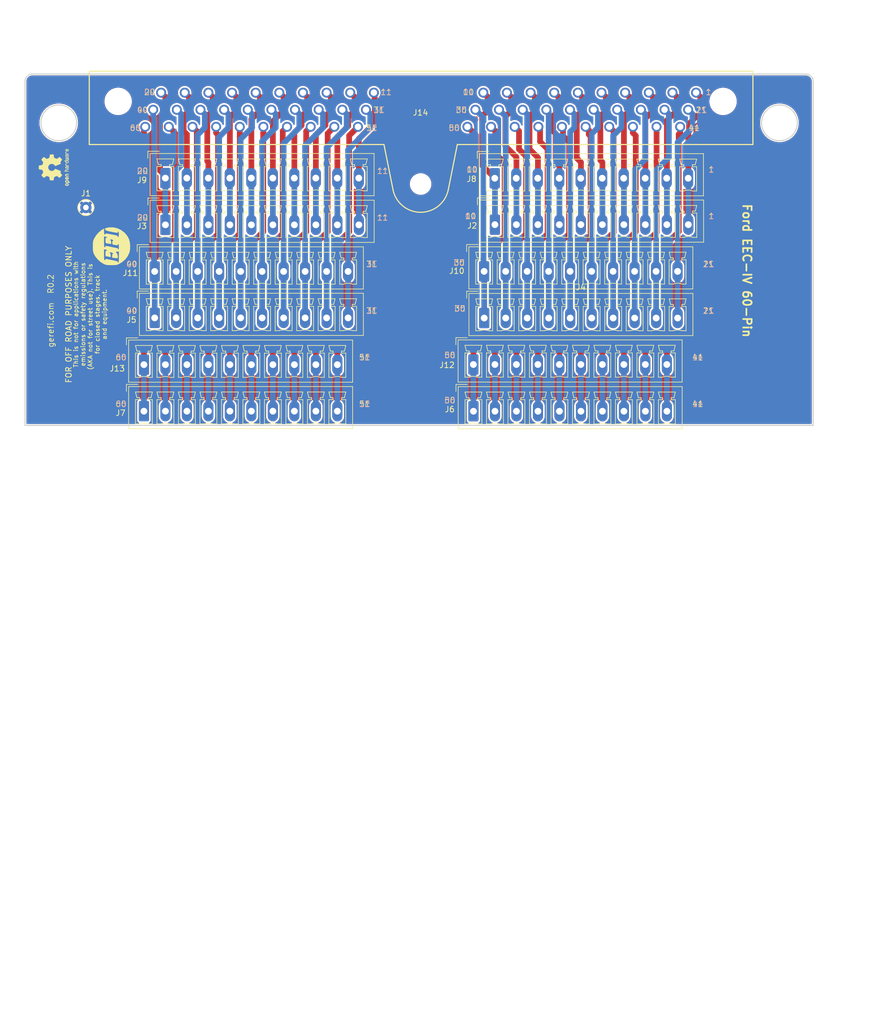
<source format=kicad_pcb>
(kicad_pcb (version 20171130) (host pcbnew 5.1.9)
  (title_block (title "134pin 7-967288-1 Breakout board") (date 2020-06-02) (rev R0.1))
  (layers (0 F.Cu signal hide) (31 B.Cu signal) (34 B.Paste user) (35 F.Paste user) (36 B.SilkS user hide) (37 F.SilkS user) (38 B.Mask user) (39 F.Mask user) (44 Edge.Cuts user))
  (net 0 "")
  (net 1 "Net-(J11-Pad4)")
  (net 2 "Net-(J11-Pad3)")
  (net 3 "Net-(J11-Pad2)")
  (net 4 "Net-(J10-Pad4)")
  (net 5 "Net-(J10-Pad3)")
  (net 6 "Net-(J10-Pad2)")
  (net 7 "Net-(J13-Pad2)")
  (net 8 "Net-(J14-Pad2)")
  (net 9 GND)
  (net 10 /420)
  (net 11 /421)
  (net 12 /10)
  (net 13 "Net-(J14-Pad9)")
  (net 14 "Net-(J14-Pad8)")
  (net 15 "Net-(J14-Pad7)")
  (net 16 "Net-(J14-Pad6)")
  (net 17 /5)
  (net 18 "Net-(J14-Pad4)")
  (net 19 "Net-(J14-Pad3)")
  (net 20 /1)
  (net 21 "Net-(J14-Pad19)")
  (net 22 "Net-(J14-Pad18)")
  (net 23 "Net-(J14-Pad17)")
  (net 24 "Net-(J14-Pad16)")
  (net 25 /15)
  (net 26 "Net-(J14-Pad14)")
  (net 27 "Net-(J14-Pad13)")
  (net 28 "Net-(J14-Pad12)")
  (net 29 /11)
  (net 30 /25)
  (net 31 "Net-(J10-Pad7)")
  (net 32 "Net-(J10-Pad8)")
  (net 33 /31)
  (net 34 "Net-(J12-Pad8)")
  (net 35 "Net-(J12-Pad7)")
  (net 36 /45)
  (net 37 "Net-(J12-Pad4)")
  (net 38 "Net-(J12-Pad3)")
  (net 39 "Net-(J12-Pad2)")
  (net 40 /41)
  (net 41 /60)
  (net 42 "Net-(J13-Pad9)")
  (net 43 /55)
  (net 44 /54)
  (net 45 /53)
  (net 46 "Net-(J10-Pad9)")
  (net 47 "Net-(J10-Pad5)")
  (net 48 /30)
  (net 49 "Net-(J11-Pad9)")
  (net 50 "Net-(J11-Pad8)")
  (net 51 "Net-(J11-Pad7)")
  (net 52 /35)
  (net 53 "Net-(J11-Pad5)")
  (net 54 /40)
  (net 55 "Net-(J12-Pad9)")
  (net 56 "Net-(J12-Pad5)")
  (net 57 /50)
  (net 58 "Net-(J13-Pad10)")
  (net 59 "Net-(J13-Pad5)")
  (net 60 "Net-(J13-Pad4)")
  (net 61 "Net-(J13-Pad3)")
  (module gerefi:eeciv (layer F.Cu) (at 166.009425 62.296099)
    (fp_text reference J14 (at -0.019 7.401) (layer F.SilkS))
    (fp_text value EEC-IV)
    (pad 20 thru_hole circle (at -46.009 3.858) (size 1.778 1.778) (drill 1.143) (layers *.Cu *.Mask) (net 10 /420))
    (pad 18 thru_hole circle (at -37.627 3.861) (size 1.778 1.778) (drill 1.143) (layers *.Cu *.Mask) (net 22 "Net-(J14-Pad18)"))
    (pad 14 thru_hole circle (at -20.869 3.855) (size 1.778 1.778) (drill 1.143) (layers *.Cu *.Mask) (net 26 "Net-(J14-Pad14)"))
    (pad 15 thru_hole circle (at -25.055 3.852) (size 1.778 1.778) (drill 1.143) (layers *.Cu *.Mask) (net 25 /15))
    (pad 19 thru_hole circle (at -41.823 3.861) (size 1.778 1.778) (drill 1.143) (layers *.Cu *.Mask) (net 21 "Net-(J14-Pad19)"))
    (pad 13 thru_hole circle (at -16.673 3.855) (size 1.778 1.778) (drill 1.143) (layers *.Cu *.Mask) (net 27 "Net-(J14-Pad13)"))
    (pad 17 thru_hole circle (at -33.435 3.857) (size 1.778 1.778) (drill 1.143) (layers *.Cu *.Mask) (net 23 "Net-(J14-Pad17)"))
    (pad 11 thru_hole circle (at -8.293 3.857) (size 1.778 1.778) (drill 1.143) (layers *.Cu *.Mask) (net 29 /11))
    (pad 16 thru_hole circle (at -29.247 3.863) (size 1.778 1.778) (drill 1.143) (layers *.Cu *.Mask) (net 24 "Net-(J14-Pad16)"))
    (pad 12 thru_hole circle (at -12.481 3.851) (size 1.778 1.778) (drill 1.143) (layers *.Cu *.Mask) (net 28 "Net-(J14-Pad12)"))
    (pad 40 thru_hole circle (at -47.413 6.884) (size 1.778 1.778) (drill 1.143) (layers *.Cu *.Mask) (net 54 /40))
    (pad 38 thru_hole circle (at -39.031 6.887) (size 1.778 1.778) (drill 1.143) (layers *.Cu *.Mask) (net 2 "Net-(J11-Pad3)"))
    (pad 34 thru_hole circle (at -22.273 6.881) (size 1.778 1.778) (drill 1.143) (layers *.Cu *.Mask) (net 51 "Net-(J11-Pad7)"))
    (pad 35 thru_hole circle (at -26.459 6.878) (size 1.778 1.778) (drill 1.143) (layers *.Cu *.Mask) (net 52 /35))
    (pad 39 thru_hole circle (at -43.227 6.887) (size 1.778 1.778) (drill 1.143) (layers *.Cu *.Mask) (net 3 "Net-(J11-Pad2)"))
    (pad 33 thru_hole circle (at -18.077 6.881) (size 1.778 1.778) (drill 1.143) (layers *.Cu *.Mask) (net 50 "Net-(J11-Pad8)"))
    (pad 37 thru_hole circle (at -34.839 6.883) (size 1.778 1.778) (drill 1.143) (layers *.Cu *.Mask) (net 1 "Net-(J11-Pad4)"))
    (pad 31 thru_hole circle (at -9.697 6.883) (size 1.778 1.778) (drill 1.143) (layers *.Cu *.Mask) (net 33 /31))
    (pad 36 thru_hole circle (at -30.651 6.889) (size 1.778 1.778) (drill 1.143) (layers *.Cu *.Mask) (net 53 "Net-(J11-Pad5)"))
    (pad 32 thru_hole circle (at -13.885 6.877) (size 1.778 1.778) (drill 1.143) (layers *.Cu *.Mask) (net 49 "Net-(J11-Pad9)"))
    (pad 55 thru_hole circle (at -27.875 9.903) (size 1.778 1.778) (drill 1.143) (layers *.Cu *.Mask) (net 43 /55))
    (pad 53 thru_hole circle (at -19.493 9.906) (size 1.778 1.778) (drill 1.143) (layers *.Cu *.Mask) (net 45 /53))
    (pad 54 thru_hole circle (at -23.689 9.906) (size 1.778 1.778) (drill 1.143) (layers *.Cu *.Mask) (net 44 /54))
    (pad 52 thru_hole circle (at -15.301 9.902) (size 1.778 1.778) (drill 1.143) (layers *.Cu *.Mask) (net 42 "Net-(J13-Pad9)"))
    (pad 51 thru_hole circle (at -11.113 9.908) (size 1.778 1.778) (drill 1.143) (layers *.Cu *.Mask) (net 58 "Net-(J13-Pad10)"))
    (pad 56 thru_hole circle (at -32.067 9.914) (size 1.778 1.778) (drill 1.143) (layers *.Cu *.Mask) (net 59 "Net-(J13-Pad5)"))
    (pad 57 thru_hole circle (at -36.255 9.908) (size 1.778 1.778) (drill 1.143) (layers *.Cu *.Mask) (net 60 "Net-(J13-Pad4)"))
    (pad 58 thru_hole circle (at -40.447 9.912) (size 1.778 1.778) (drill 1.143) (layers *.Cu *.Mask) (net 61 "Net-(J13-Pad3)"))
    (pad 59 thru_hole circle (at -44.643 9.912) (size 1.778 1.778) (drill 1.143) (layers *.Cu *.Mask) (net 7 "Net-(J13-Pad2)"))
    (pad 60 thru_hole circle (at -48.829 9.909) (size 1.778 1.778) (drill 1.143) (layers *.Cu *.Mask) (net 41 /60))
    (pad 42 thru_hole circle (at 41.819 9.899) (size 1.778 1.778) (drill 1.143) (layers *.Cu *.Mask) (net 55 "Net-(J12-Pad9)"))
    (pad 1 thru_hole circle (at 48.827 3.854) (size 1.778 1.778) (drill 1.143) (layers *.Cu *.Mask) (net 20 /1))
    (pad 9 thru_hole circle (at 15.297 3.858) (size 1.778 1.778) (drill 1.143) (layers *.Cu *.Mask) (net 13 "Net-(J14-Pad9)"))
    (pad 45 thru_hole circle (at 29.245 9.9) (size 1.778 1.778) (drill 1.143) (layers *.Cu *.Mask) (net 36 /45))
    (pad 41 thru_hole circle (at 46.007 9.905) (size 1.778 1.778) (drill 1.143) (layers *.Cu *.Mask) (net 40 /41))
    (pad 43 thru_hole circle (at 37.627 9.903) (size 1.778 1.778) (drill 1.143) (layers *.Cu *.Mask) (net 34 "Net-(J12-Pad8)"))
    (pad 2 thru_hole circle (at 44.639 3.848) (size 1.778 1.778) (drill 1.143) (layers *.Cu *.Mask) (net 8 "Net-(J14-Pad2)"))
    (pad 7 thru_hole circle (at 23.685 3.854) (size 1.778 1.778) (drill 1.143) (layers *.Cu *.Mask) (net 15 "Net-(J14-Pad7)"))
    (pad 25 thru_hole circle (at 30.661 6.875) (size 1.778 1.778) (drill 1.143) (layers *.Cu *.Mask) (net 30 /25))
    (pad 24 thru_hole circle (at 34.847 6.878) (size 1.778 1.778) (drill 1.143) (layers *.Cu *.Mask) (net 31 "Net-(J10-Pad7)"))
    (pad 21 thru_hole circle (at 47.423 6.88) (size 1.778 1.778) (drill 1.143) (layers *.Cu *.Mask) (net 11 /421))
    (pad 28 thru_hole circle (at 18.089 6.884) (size 1.778 1.778) (drill 1.143) (layers *.Cu *.Mask) (net 5 "Net-(J10-Pad3)"))
    (pad 23 thru_hole circle (at 39.043 6.878) (size 1.778 1.778) (drill 1.143) (layers *.Cu *.Mask) (net 32 "Net-(J10-Pad8)"))
    (pad 44 thru_hole circle (at 33.431 9.903) (size 1.778 1.778) (drill 1.143) (layers *.Cu *.Mask) (net 35 "Net-(J12-Pad7)"))
    (pad 22 thru_hole circle (at 43.235 6.874) (size 1.778 1.778) (drill 1.143) (layers *.Cu *.Mask) (net 46 "Net-(J10-Pad9)"))
    (pad 3 thru_hole circle (at 40.447 3.852) (size 1.778 1.778) (drill 1.143) (layers *.Cu *.Mask) (net 19 "Net-(J14-Pad3)"))
    (pad 26 thru_hole circle (at 26.469 6.886) (size 1.778 1.778) (drill 1.143) (layers *.Cu *.Mask) (net 47 "Net-(J10-Pad5)"))
    (pad 10 thru_hole circle (at 11.111 3.855) (size 1.778 1.778) (drill 1.143) (layers *.Cu *.Mask) (net 12 /10))
    (pad 29 thru_hole circle (at 13.893 6.884) (size 1.778 1.778) (drill 1.143) (layers *.Cu *.Mask) (net 6 "Net-(J10-Pad2)"))
    (pad 8 thru_hole circle (at 19.493 3.858) (size 1.778 1.778) (drill 1.143) (layers *.Cu *.Mask) (net 14 "Net-(J14-Pad8)"))
    (pad 5 thru_hole circle (at 32.065 3.849) (size 1.778 1.778) (drill 1.143) (layers *.Cu *.Mask) (net 17 /5))
    (pad 46 thru_hole circle (at 25.053 9.911) (size 1.778 1.778) (drill 1.143) (layers *.Cu *.Mask) (net 56 "Net-(J12-Pad5)"))
    (pad 50 thru_hole circle (at 8.291 9.906) (size 1.778 1.778) (drill 1.143) (layers *.Cu *.Mask) (net 57 /50))
    (pad 49 thru_hole circle (at 12.477 9.909) (size 1.778 1.778) (drill 1.143) (layers *.Cu *.Mask) (net 39 "Net-(J12-Pad2)"))
    (pad 4 thru_hole circle (at 36.251 3.852) (size 1.778 1.778) (drill 1.143) (layers *.Cu *.Mask) (net 18 "Net-(J14-Pad4)"))
    (pad 30 thru_hole circle (at 9.707 6.881) (size 1.778 1.778) (drill 1.143) (layers *.Cu *.Mask) (net 48 /30))
    (pad 48 thru_hole circle (at 16.673 9.909) (size 1.778 1.778) (drill 1.143) (layers *.Cu *.Mask) (net 38 "Net-(J12-Pad3)"))
    (pad 47 thru_hole circle (at 20.865 9.905) (size 1.778 1.778) (drill 1.143) (layers *.Cu *.Mask) (net 37 "Net-(J12-Pad4)"))
    (pad 27 thru_hole circle (at 22.281 6.88) (size 1.778 1.778) (drill 1.143) (layers *.Cu *.Mask) (net 4 "Net-(J10-Pad4)"))
    (pad 6 thru_hole circle (at 27.873 3.86) (size 1.778 1.778) (drill 1.143) (layers *.Cu *.Mask) (net 16 "Net-(J14-Pad6)"))
    (pad "" np_thru_hole circle (at 53.617 5.412) (size 4.25 4.25) (drill 4.25) (layers *.Cu *.Mask))
    (pad "" np_thru_hole circle (at -53.624 5.407) (size 4.25 4.25) (drill 4.25) (layers *.Cu *.Mask))
    (pad "" np_thru_hole circle (at -0.003 20.048) (size 3.22 3.22) (drill 3.22) (layers *.Cu *.Mask))
  )
  (module Connector_Phoenix_MC:PhoenixContact_MCV_1,5_10-G-3.81_1x10_P3.81mm_Vertical (layer F.Cu) (at 116.9543 114.3381)
    (fp_text reference J13 (at -4.7244 0.6858) (layer F.SilkS))
    (fp_text value Conn_01x10)
    (pad 10 thru_hole oval (at 34.29 0) (size 1.8 3.6) (drill 1.2) (layers *.Cu *.Mask) (net 58 "Net-(J13-Pad10)"))
    (pad 9 thru_hole oval (at 30.48 0) (size 1.8 3.6) (drill 1.2) (layers *.Cu *.Mask) (net 42 "Net-(J13-Pad9)"))
    (pad 8 thru_hole oval (at 26.67 0) (size 1.8 3.6) (drill 1.2) (layers *.Cu *.Mask) (net 45 /53))
    (pad 7 thru_hole oval (at 22.86 0) (size 1.8 3.6) (drill 1.2) (layers *.Cu *.Mask) (net 44 /54))
    (pad 6 thru_hole oval (at 19.05 0) (size 1.8 3.6) (drill 1.2) (layers *.Cu *.Mask) (net 43 /55))
    (pad 5 thru_hole oval (at 15.24 0) (size 1.8 3.6) (drill 1.2) (layers *.Cu *.Mask) (net 59 "Net-(J13-Pad5)"))
    (pad 4 thru_hole oval (at 11.43 0) (size 1.8 3.6) (drill 1.2) (layers *.Cu *.Mask) (net 60 "Net-(J13-Pad4)"))
    (pad 3 thru_hole oval (at 7.62 0) (size 1.8 3.6) (drill 1.2) (layers *.Cu *.Mask) (net 61 "Net-(J13-Pad3)"))
    (pad 2 thru_hole oval (at 3.81 0) (size 1.8 3.6) (drill 1.2) (layers *.Cu *.Mask) (net 7 "Net-(J13-Pad2)"))
    (pad 1 thru_hole roundrect (at 0 0) (size 1.8 3.6) (drill 1.2) (layers *.Cu *.Mask) (roundrect_rratio 0.1388888888888889) (net 41 /60))
  )
  (module Connector_Phoenix_MC:PhoenixContact_MCV_1,5_10-G-3.81_1x10_P3.81mm_Vertical (layer F.Cu) (at 175.3616 114.3127)
    (fp_text reference J12 (at -4.6736 0.1016) (layer F.SilkS))
    (fp_text value Conn_01x10)
    (pad 10 thru_hole oval (at 34.29 0) (size 1.8 3.6) (drill 1.2) (layers *.Cu *.Mask) (net 40 /41))
    (pad 9 thru_hole oval (at 30.48 0) (size 1.8 3.6) (drill 1.2) (layers *.Cu *.Mask) (net 55 "Net-(J12-Pad9)"))
    (pad 8 thru_hole oval (at 26.67 0) (size 1.8 3.6) (drill 1.2) (layers *.Cu *.Mask) (net 34 "Net-(J12-Pad8)"))
    (pad 7 thru_hole oval (at 22.86 0) (size 1.8 3.6) (drill 1.2) (layers *.Cu *.Mask) (net 35 "Net-(J12-Pad7)"))
    (pad 6 thru_hole oval (at 19.05 0) (size 1.8 3.6) (drill 1.2) (layers *.Cu *.Mask) (net 36 /45))
    (pad 5 thru_hole oval (at 15.24 0) (size 1.8 3.6) (drill 1.2) (layers *.Cu *.Mask) (net 56 "Net-(J12-Pad5)"))
    (pad 4 thru_hole oval (at 11.43 0) (size 1.8 3.6) (drill 1.2) (layers *.Cu *.Mask) (net 37 "Net-(J12-Pad4)"))
    (pad 3 thru_hole oval (at 7.62 0) (size 1.8 3.6) (drill 1.2) (layers *.Cu *.Mask) (net 38 "Net-(J12-Pad3)"))
    (pad 2 thru_hole oval (at 3.81 0) (size 1.8 3.6) (drill 1.2) (layers *.Cu *.Mask) (net 39 "Net-(J12-Pad2)"))
    (pad 1 thru_hole roundrect (at 0 0) (size 1.8 3.6) (drill 1.2) (layers *.Cu *.Mask) (roundrect_rratio 0.1388888888888889) (net 57 /50))
  )
  (module Connector_Phoenix_MC:PhoenixContact_MCV_1,5_10-G-3.81_1x10_P3.81mm_Vertical (layer F.Cu) (at 118.8593 97.8281)
    (fp_text reference J11 (at -4.3053 0.2794) (layer F.SilkS))
    (fp_text value Conn_01x10)
    (pad 10 thru_hole oval (at 34.29 0) (size 1.8 3.6) (drill 1.2) (layers *.Cu *.Mask) (net 33 /31))
    (pad 9 thru_hole oval (at 30.48 0) (size 1.8 3.6) (drill 1.2) (layers *.Cu *.Mask) (net 49 "Net-(J11-Pad9)"))
    (pad 8 thru_hole oval (at 26.67 0) (size 1.8 3.6) (drill 1.2) (layers *.Cu *.Mask) (net 50 "Net-(J11-Pad8)"))
    (pad 7 thru_hole oval (at 22.86 0) (size 1.8 3.6) (drill 1.2) (layers *.Cu *.Mask) (net 51 "Net-(J11-Pad7)"))
    (pad 6 thru_hole oval (at 19.05 0) (size 1.8 3.6) (drill 1.2) (layers *.Cu *.Mask) (net 52 /35))
    (pad 5 thru_hole oval (at 15.24 0) (size 1.8 3.6) (drill 1.2) (layers *.Cu *.Mask) (net 53 "Net-(J11-Pad5)"))
    (pad 4 thru_hole oval (at 11.43 0) (size 1.8 3.6) (drill 1.2) (layers *.Cu *.Mask) (net 1 "Net-(J11-Pad4)"))
    (pad 3 thru_hole oval (at 7.62 0) (size 1.8 3.6) (drill 1.2) (layers *.Cu *.Mask) (net 2 "Net-(J11-Pad3)"))
    (pad 2 thru_hole oval (at 3.81 0) (size 1.8 3.6) (drill 1.2) (layers *.Cu *.Mask) (net 3 "Net-(J11-Pad2)"))
    (pad 1 thru_hole roundrect (at 0 0) (size 1.8 3.6) (drill 1.2) (layers *.Cu *.Mask) (roundrect_rratio 0.1388888888888889) (net 54 /40))
  )
  (module Connector_Phoenix_MC:PhoenixContact_MCV_1,5_10-G-3.81_1x10_P3.81mm_Vertical (layer F.Cu) (at 177.2666 97.8154)
    (fp_text reference J10 (at -4.8387 -0.0762) (layer F.SilkS))
    (fp_text value Conn_01x10)
    (pad 10 thru_hole oval (at 34.29 0) (size 1.8 3.6) (drill 1.2) (layers *.Cu *.Mask) (net 11 /421))
    (pad 9 thru_hole oval (at 30.48 0) (size 1.8 3.6) (drill 1.2) (layers *.Cu *.Mask) (net 46 "Net-(J10-Pad9)"))
    (pad 8 thru_hole oval (at 26.67 0) (size 1.8 3.6) (drill 1.2) (layers *.Cu *.Mask) (net 32 "Net-(J10-Pad8)"))
    (pad 7 thru_hole oval (at 22.86 0) (size 1.8 3.6) (drill 1.2) (layers *.Cu *.Mask) (net 31 "Net-(J10-Pad7)"))
    (pad 6 thru_hole oval (at 19.05 0) (size 1.8 3.6) (drill 1.2) (layers *.Cu *.Mask) (net 30 /25))
    (pad 5 thru_hole oval (at 15.24 0) (size 1.8 3.6) (drill 1.2) (layers *.Cu *.Mask) (net 47 "Net-(J10-Pad5)"))
    (pad 4 thru_hole oval (at 11.43 0) (size 1.8 3.6) (drill 1.2) (layers *.Cu *.Mask) (net 4 "Net-(J10-Pad4)"))
    (pad 3 thru_hole oval (at 7.62 0) (size 1.8 3.6) (drill 1.2) (layers *.Cu *.Mask) (net 5 "Net-(J10-Pad3)"))
    (pad 2 thru_hole oval (at 3.81 0) (size 1.8 3.6) (drill 1.2) (layers *.Cu *.Mask) (net 6 "Net-(J10-Pad2)"))
    (pad 1 thru_hole roundrect (at 0 0) (size 1.8 3.6) (drill 1.2) (layers *.Cu *.Mask) (roundrect_rratio 0.1388888888888889) (net 48 /30))
  )
  (module Connector_Phoenix_MC:PhoenixContact_MCV_1,5_10-G-3.81_1x10_P3.81mm_Vertical (layer F.Cu) (at 120.7516 81.2927)
    (fp_text reference J9 (at -4.1402 0.3683) (layer F.SilkS))
    (fp_text value Conn_01x10)
    (pad 10 thru_hole oval (at 34.29 0) (size 1.8 3.6) (drill 1.2) (layers *.Cu *.Mask) (net 29 /11))
    (pad 9 thru_hole oval (at 30.48 0) (size 1.8 3.6) (drill 1.2) (layers *.Cu *.Mask) (net 28 "Net-(J14-Pad12)"))
    (pad 8 thru_hole oval (at 26.67 0) (size 1.8 3.6) (drill 1.2) (layers *.Cu *.Mask) (net 27 "Net-(J14-Pad13)"))
    (pad 7 thru_hole oval (at 22.86 0) (size 1.8 3.6) (drill 1.2) (layers *.Cu *.Mask) (net 26 "Net-(J14-Pad14)"))
    (pad 6 thru_hole oval (at 19.05 0) (size 1.8 3.6) (drill 1.2) (layers *.Cu *.Mask) (net 25 /15))
    (pad 5 thru_hole oval (at 15.24 0) (size 1.8 3.6) (drill 1.2) (layers *.Cu *.Mask) (net 24 "Net-(J14-Pad16)"))
    (pad 4 thru_hole oval (at 11.43 0) (size 1.8 3.6) (drill 1.2) (layers *.Cu *.Mask) (net 23 "Net-(J14-Pad17)"))
    (pad 3 thru_hole oval (at 7.62 0) (size 1.8 3.6) (drill 1.2) (layers *.Cu *.Mask) (net 22 "Net-(J14-Pad18)"))
    (pad 2 thru_hole oval (at 3.81 0) (size 1.8 3.6) (drill 1.2) (layers *.Cu *.Mask) (net 21 "Net-(J14-Pad19)"))
    (pad 1 thru_hole roundrect (at 0 0) (size 1.8 3.6) (drill 1.2) (layers *.Cu *.Mask) (roundrect_rratio 0.1388888888888889) (net 10 /420))
  )
  (module Connector_Phoenix_MC:PhoenixContact_MCV_1,5_10-G-3.81_1x10_P3.81mm_Vertical (layer F.Cu) (at 179.1462 81.3181)
    (fp_text reference J8 (at -4.1021 0.1397) (layer F.SilkS))
    (fp_text value Conn_01x10)
    (pad 10 thru_hole oval (at 34.29 0) (size 1.8 3.6) (drill 1.2) (layers *.Cu *.Mask) (net 20 /1))
    (pad 9 thru_hole oval (at 30.48 0) (size 1.8 3.6) (drill 1.2) (layers *.Cu *.Mask) (net 8 "Net-(J14-Pad2)"))
    (pad 8 thru_hole oval (at 26.67 0) (size 1.8 3.6) (drill 1.2) (layers *.Cu *.Mask) (net 19 "Net-(J14-Pad3)"))
    (pad 7 thru_hole oval (at 22.86 0) (size 1.8 3.6) (drill 1.2) (layers *.Cu *.Mask) (net 18 "Net-(J14-Pad4)"))
    (pad 6 thru_hole oval (at 19.05 0) (size 1.8 3.6) (drill 1.2) (layers *.Cu *.Mask) (net 17 /5))
    (pad 5 thru_hole oval (at 15.24 0) (size 1.8 3.6) (drill 1.2) (layers *.Cu *.Mask) (net 16 "Net-(J14-Pad6)"))
    (pad 4 thru_hole oval (at 11.43 0) (size 1.8 3.6) (drill 1.2) (layers *.Cu *.Mask) (net 15 "Net-(J14-Pad7)"))
    (pad 3 thru_hole oval (at 7.62 0) (size 1.8 3.6) (drill 1.2) (layers *.Cu *.Mask) (net 14 "Net-(J14-Pad8)"))
    (pad 2 thru_hole oval (at 3.81 0) (size 1.8 3.6) (drill 1.2) (layers *.Cu *.Mask) (net 13 "Net-(J14-Pad9)"))
    (pad 1 thru_hole roundrect (at 0 0) (size 1.8 3.6) (drill 1.2) (layers *.Cu *.Mask) (roundrect_rratio 0.1388888888888889) (net 12 /10))
  )
  (module Connector_Phoenix_MC:PhoenixContact_MCV_1,5_10-G-3.81_1x10_P3.81mm_Vertical (layer F.Cu) (at 116.9543 122.5804)
    (fp_text reference J7 (at -4.1402 0.3175) (layer F.SilkS))
    (fp_text value Conn_01x10)
    (pad 10 thru_hole oval (at 34.29 0) (size 1.8 3.6) (drill 1.2) (layers *.Cu *.Mask) (net 58 "Net-(J13-Pad10)"))
    (pad 9 thru_hole oval (at 30.48 0) (size 1.8 3.6) (drill 1.2) (layers *.Cu *.Mask) (net 42 "Net-(J13-Pad9)"))
    (pad 8 thru_hole oval (at 26.67 0) (size 1.8 3.6) (drill 1.2) (layers *.Cu *.Mask) (net 45 /53))
    (pad 7 thru_hole oval (at 22.86 0) (size 1.8 3.6) (drill 1.2) (layers *.Cu *.Mask) (net 44 /54))
    (pad 6 thru_hole oval (at 19.05 0) (size 1.8 3.6) (drill 1.2) (layers *.Cu *.Mask) (net 43 /55))
    (pad 5 thru_hole oval (at 15.24 0) (size 1.8 3.6) (drill 1.2) (layers *.Cu *.Mask) (net 59 "Net-(J13-Pad5)"))
    (pad 4 thru_hole oval (at 11.43 0) (size 1.8 3.6) (drill 1.2) (layers *.Cu *.Mask) (net 60 "Net-(J13-Pad4)"))
    (pad 3 thru_hole oval (at 7.62 0) (size 1.8 3.6) (drill 1.2) (layers *.Cu *.Mask) (net 61 "Net-(J13-Pad3)"))
    (pad 2 thru_hole oval (at 3.81 0) (size 1.8 3.6) (drill 1.2) (layers *.Cu *.Mask) (net 7 "Net-(J13-Pad2)"))
    (pad 1 thru_hole roundrect (at 0 0) (size 1.8 3.6) (drill 1.2) (layers *.Cu *.Mask) (roundrect_rratio 0.1388888888888889) (net 41 /60))
  )
  (module Connector_Phoenix_MC:PhoenixContact_MCV_1,5_10-G-3.81_1x10_P3.81mm_Vertical (layer F.Cu) (at 175.3743 122.5931)
    (fp_text reference J6 (at -4.2037 -0.3302) (layer F.SilkS))
    (fp_text value Conn_01x10)
    (pad 10 thru_hole oval (at 34.29 0) (size 1.8 3.6) (drill 1.2) (layers *.Cu *.Mask) (net 40 /41))
    (pad 9 thru_hole oval (at 30.48 0) (size 1.8 3.6) (drill 1.2) (layers *.Cu *.Mask) (net 55 "Net-(J12-Pad9)"))
    (pad 8 thru_hole oval (at 26.67 0) (size 1.8 3.6) (drill 1.2) (layers *.Cu *.Mask) (net 34 "Net-(J12-Pad8)"))
    (pad 7 thru_hole oval (at 22.86 0) (size 1.8 3.6) (drill 1.2) (layers *.Cu *.Mask) (net 35 "Net-(J12-Pad7)"))
    (pad 6 thru_hole oval (at 19.05 0) (size 1.8 3.6) (drill 1.2) (layers *.Cu *.Mask) (net 36 /45))
    (pad 5 thru_hole oval (at 15.24 0) (size 1.8 3.6) (drill 1.2) (layers *.Cu *.Mask) (net 56 "Net-(J12-Pad5)"))
    (pad 4 thru_hole oval (at 11.43 0) (size 1.8 3.6) (drill 1.2) (layers *.Cu *.Mask) (net 37 "Net-(J12-Pad4)"))
    (pad 3 thru_hole oval (at 7.62 0) (size 1.8 3.6) (drill 1.2) (layers *.Cu *.Mask) (net 38 "Net-(J12-Pad3)"))
    (pad 2 thru_hole oval (at 3.81 0) (size 1.8 3.6) (drill 1.2) (layers *.Cu *.Mask) (net 39 "Net-(J12-Pad2)"))
    (pad 1 thru_hole roundrect (at 0 0) (size 1.8 3.6) (drill 1.2) (layers *.Cu *.Mask) (roundrect_rratio 0.1388888888888889) (net 57 /50))
  )
  (module Connector_Phoenix_MC:PhoenixContact_MCV_1,5_10-G-3.81_1x10_P3.81mm_Vertical (layer F.Cu) (at 118.8593 106.0577)
    (fp_text reference J5 (at -4.1021 0.3429) (layer F.SilkS))
    (fp_text value Conn_01x10)
    (pad 10 thru_hole oval (at 34.29 0) (size 1.8 3.6) (drill 1.2) (layers *.Cu *.Mask) (net 33 /31))
    (pad 9 thru_hole oval (at 30.48 0) (size 1.8 3.6) (drill 1.2) (layers *.Cu *.Mask) (net 49 "Net-(J11-Pad9)"))
    (pad 8 thru_hole oval (at 26.67 0) (size 1.8 3.6) (drill 1.2) (layers *.Cu *.Mask) (net 50 "Net-(J11-Pad8)"))
    (pad 7 thru_hole oval (at 22.86 0) (size 1.8 3.6) (drill 1.2) (layers *.Cu *.Mask) (net 51 "Net-(J11-Pad7)"))
    (pad 6 thru_hole oval (at 19.05 0) (size 1.8 3.6) (drill 1.2) (layers *.Cu *.Mask) (net 52 /35))
    (pad 5 thru_hole oval (at 15.24 0) (size 1.8 3.6) (drill 1.2) (layers *.Cu *.Mask) (net 53 "Net-(J11-Pad5)"))
    (pad 4 thru_hole oval (at 11.43 0) (size 1.8 3.6) (drill 1.2) (layers *.Cu *.Mask) (net 1 "Net-(J11-Pad4)"))
    (pad 3 thru_hole oval (at 7.62 0) (size 1.8 3.6) (drill 1.2) (layers *.Cu *.Mask) (net 2 "Net-(J11-Pad3)"))
    (pad 2 thru_hole oval (at 3.81 0) (size 1.8 3.6) (drill 1.2) (layers *.Cu *.Mask) (net 3 "Net-(J11-Pad2)"))
    (pad 1 thru_hole roundrect (at 0 0) (size 1.8 3.6) (drill 1.2) (layers *.Cu *.Mask) (roundrect_rratio 0.1388888888888889) (net 54 /40))
  )
  (module Connector_Phoenix_MC:PhoenixContact_MCV_1,5_10-G-3.81_1x10_P3.81mm_Vertical (layer F.Cu) (at 177.2793 106.0831)
    (fp_text reference J4 (at 17.14 -5.45) (layer F.SilkS))
    (fp_text value Conn_01x10)
    (pad 10 thru_hole oval (at 34.29 0) (size 1.8 3.6) (drill 1.2) (layers *.Cu *.Mask) (net 11 /421))
    (pad 9 thru_hole oval (at 30.48 0) (size 1.8 3.6) (drill 1.2) (layers *.Cu *.Mask) (net 46 "Net-(J10-Pad9)"))
    (pad 8 thru_hole oval (at 26.67 0) (size 1.8 3.6) (drill 1.2) (layers *.Cu *.Mask) (net 32 "Net-(J10-Pad8)"))
    (pad 7 thru_hole oval (at 22.86 0) (size 1.8 3.6) (drill 1.2) (layers *.Cu *.Mask) (net 31 "Net-(J10-Pad7)"))
    (pad 6 thru_hole oval (at 19.05 0) (size 1.8 3.6) (drill 1.2) (layers *.Cu *.Mask) (net 30 /25))
    (pad 5 thru_hole oval (at 15.24 0) (size 1.8 3.6) (drill 1.2) (layers *.Cu *.Mask) (net 47 "Net-(J10-Pad5)"))
    (pad 4 thru_hole oval (at 11.43 0) (size 1.8 3.6) (drill 1.2) (layers *.Cu *.Mask) (net 4 "Net-(J10-Pad4)"))
    (pad 3 thru_hole oval (at 7.62 0) (size 1.8 3.6) (drill 1.2) (layers *.Cu *.Mask) (net 5 "Net-(J10-Pad3)"))
    (pad 2 thru_hole oval (at 3.81 0) (size 1.8 3.6) (drill 1.2) (layers *.Cu *.Mask) (net 6 "Net-(J10-Pad2)"))
    (pad 1 thru_hole roundrect (at 0 0) (size 1.8 3.6) (drill 1.2) (layers *.Cu *.Mask) (roundrect_rratio 0.1388888888888889) (net 48 /30))
  )
  (module Connector_Phoenix_MC:PhoenixContact_MCV_1,5_10-G-3.81_1x10_P3.81mm_Vertical (layer F.Cu) (at 120.7643 89.5731)
    (fp_text reference J3 (at -4.1656 0.2286) (layer F.SilkS))
    (fp_text value Conn_01x10)
    (pad 10 thru_hole oval (at 34.29 0) (size 1.8 3.6) (drill 1.2) (layers *.Cu *.Mask) (net 29 /11))
    (pad 9 thru_hole oval (at 30.48 0) (size 1.8 3.6) (drill 1.2) (layers *.Cu *.Mask) (net 28 "Net-(J14-Pad12)"))
    (pad 8 thru_hole oval (at 26.67 0) (size 1.8 3.6) (drill 1.2) (layers *.Cu *.Mask) (net 27 "Net-(J14-Pad13)"))
    (pad 7 thru_hole oval (at 22.86 0) (size 1.8 3.6) (drill 1.2) (layers *.Cu *.Mask) (net 26 "Net-(J14-Pad14)"))
    (pad 6 thru_hole oval (at 19.05 0) (size 1.8 3.6) (drill 1.2) (layers *.Cu *.Mask) (net 25 /15))
    (pad 5 thru_hole oval (at 15.24 0) (size 1.8 3.6) (drill 1.2) (layers *.Cu *.Mask) (net 24 "Net-(J14-Pad16)"))
    (pad 4 thru_hole oval (at 11.43 0) (size 1.8 3.6) (drill 1.2) (layers *.Cu *.Mask) (net 23 "Net-(J14-Pad17)"))
    (pad 3 thru_hole oval (at 7.62 0) (size 1.8 3.6) (drill 1.2) (layers *.Cu *.Mask) (net 22 "Net-(J14-Pad18)"))
    (pad 2 thru_hole oval (at 3.81 0) (size 1.8 3.6) (drill 1.2) (layers *.Cu *.Mask) (net 21 "Net-(J14-Pad19)"))
    (pad 1 thru_hole roundrect (at 0 0) (size 1.8 3.6) (drill 1.2) (layers *.Cu *.Mask) (roundrect_rratio 0.1388888888888889) (net 10 /420))
  )
  (module Connector_Phoenix_MC:PhoenixContact_MCV_1,5_10-G-3.81_1x10_P3.81mm_Vertical (layer F.Cu) (at 179.1716 89.535)
    (fp_text reference J2 (at -4.0132 0.1905) (layer F.SilkS))
    (fp_text value Conn_01x10)
    (pad 10 thru_hole oval (at 34.29 0) (size 1.8 3.6) (drill 1.2) (layers *.Cu *.Mask) (net 20 /1))
    (pad 9 thru_hole oval (at 30.48 0) (size 1.8 3.6) (drill 1.2) (layers *.Cu *.Mask) (net 8 "Net-(J14-Pad2)"))
    (pad 8 thru_hole oval (at 26.67 0) (size 1.8 3.6) (drill 1.2) (layers *.Cu *.Mask) (net 19 "Net-(J14-Pad3)"))
    (pad 7 thru_hole oval (at 22.86 0) (size 1.8 3.6) (drill 1.2) (layers *.Cu *.Mask) (net 18 "Net-(J14-Pad4)"))
    (pad 6 thru_hole oval (at 19.05 0) (size 1.8 3.6) (drill 1.2) (layers *.Cu *.Mask) (net 17 /5))
    (pad 5 thru_hole oval (at 15.24 0) (size 1.8 3.6) (drill 1.2) (layers *.Cu *.Mask) (net 16 "Net-(J14-Pad6)"))
    (pad 4 thru_hole oval (at 11.43 0) (size 1.8 3.6) (drill 1.2) (layers *.Cu *.Mask) (net 15 "Net-(J14-Pad7)"))
    (pad 3 thru_hole oval (at 7.62 0) (size 1.8 3.6) (drill 1.2) (layers *.Cu *.Mask) (net 14 "Net-(J14-Pad8)"))
    (pad 2 thru_hole oval (at 3.81 0) (size 1.8 3.6) (drill 1.2) (layers *.Cu *.Mask) (net 13 "Net-(J14-Pad9)"))
    (pad 1 thru_hole roundrect (at 0 0) (size 1.8 3.6) (drill 1.2) (layers *.Cu *.Mask) (roundrect_rratio 0.1388888888888889) (net 12 /10))
  )
  (module gerefi:LOGO (layer F.Cu) (at 111.2393 93.3704 90)
    (fp_text reference G2 hide)
    (fp_text value LOGO hide)
  )
  (module gerefi:Off_Road_Disclaimer (layer F.Cu) (at 106.7943 105.4354 90)
    (fp_text reference G1 hide)
    (fp_text value Disclaimer hide)
    (fp_text user "FOR OFF ROAD PURPOSES ONLY" (at 0 -3.175 90) (layer F.SilkS))
    (fp_text user "This is not for applications with" (at 0 -1.905 90) (layer F.SilkS) (effects (font (size 0.762 0.762) (thickness 0.127))))
    (fp_text user "emissions or safety regulations" (at 0 -0.635 90) (layer F.SilkS) (effects (font (size 0.762 0.762) (thickness 0.127))))
    (fp_text user "(AKA not for street use). This is " (at -0.127 0.635 90) (layer F.SilkS) (effects (font (size 0.762 0.762) (thickness 0.127))))
    (fp_text user "for closed stages, track" (at 0 1.905 90) (layer F.SilkS) (effects (font (size 0.762 0.762) (thickness 0.127))))
    (fp_text user "and equipment." (at 0 3.175 90) (layer F.SilkS) (effects (font (size 0.762 0.762) (thickness 0.127))))
  )
  (module Symbol:OSHW-Logo2_7.3x6mm_SilkScreen (layer F.Cu) (at 101.0793 79.4004 90)
    (fp_text reference LOGO1 hide)
    (fp_text value DNP hide)
  )
  (module TestPoint:TestPoint_Keystone_5000-5004_Miniature (layer F.Cu) (at 106.6673 86.4997)
    (fp_text reference J1 (at 0 -2.5) (layer F.SilkS))
    (fp_text value Conn_01x01)
    (pad 1 thru_hole circle (at 0 0) (size 2 2) (drill 1) (layers *.Cu *.Mask) (net 9 GND))
  )
  (gr_text "Ford EEC-IV 60-Pin" (at 223.8629 97.6884 -90) (layer F.SilkS) (effects (font (size 1.5 1.5) (thickness 0.3))))
  (gr_text 11 (at 159.2453 88.2904) (layer B.SilkS) (effects (font (size 1.016 1.016) (thickness 0.13)) (justify mirror)))
  (gr_text 11 (at 159.2453 88.2904) (layer F.SilkS) (effects (font (size 1.016 1.016) (thickness 0.13))))
  (gr_text 11 (at 159.2453 80.0354) (layer F.SilkS) (effects (font (size 1.016 1.016) (thickness 0.13))))
  (gr_text 11 (at 159.2453 80.0354) (layer B.SilkS) (effects (font (size 1.016 1.016) (thickness 0.13)) (justify mirror)))
  (gr_text 31 (at 157.3403 104.8004) (layer F.SilkS) (effects (font (size 1.016 1.016) (thickness 0.13))))
  (gr_text 31 (at 157.3403 104.8004) (layer B.SilkS) (effects (font (size 1.016 1.016) (thickness 0.13)) (justify mirror)))
  (gr_text 31 (at 157.3403 96.5454) (layer F.SilkS) (effects (font (size 1.016 1.016) (thickness 0.13))))
  (gr_text 31 (at 157.3403 96.5454) (layer B.SilkS) (effects (font (size 1.016 1.016) (thickness 0.13)) (justify mirror)))
  (gr_text 51 (at 156.0703 113.0554) (layer B.SilkS) (effects (font (size 1.016 1.016) (thickness 0.13)) (justify mirror)))
  (gr_text 51 (at 156.0703 113.0554) (layer F.SilkS) (effects (font (size 1.016 1.016) (thickness 0.13))))
  (gr_text 51 (at 156.0703 121.3104) (layer B.SilkS) (effects (font (size 1.016 1.016) (thickness 0.13)) (justify mirror)))
  (gr_text 51 (at 156.0703 121.3104) (layer F.SilkS) (effects (font (size 1.016 1.016) (thickness 0.13))))
  (gr_text 20 (at 116.7003 88.2904) (layer B.SilkS) (effects (font (size 1.016 1.016) (thickness 0.13)) (justify mirror)))
  (gr_text 20 (at 116.7003 88.2904) (layer F.SilkS) (effects (font (size 1.016 1.016) (thickness 0.13))))
  (gr_text 20 (at 116.7003 80.0354) (layer F.SilkS) (effects (font (size 1.016 1.016) (thickness 0.13))))
  (gr_text 20 (at 116.7003 80.0354) (layer B.SilkS) (effects (font (size 1.016 1.016) (thickness 0.13)) (justify mirror)))
  (gr_text 40 (at 114.7953 104.8004) (layer B.SilkS) (effects (font (size 1.016 1.016) (thickness 0.13)) (justify mirror)))
  (gr_text 40 (at 114.7953 104.8004) (layer F.SilkS) (effects (font (size 1.016 1.016) (thickness 0.13))))
  (gr_text 40 (at 114.7953 96.5454) (layer F.SilkS) (effects (font (size 1.016 1.016) (thickness 0.13))))
  (gr_text 40 (at 114.7953 96.5454) (layer B.SilkS) (effects (font (size 1.016 1.016) (thickness 0.13)) (justify mirror)))
  (gr_text 60 (at 112.8903 121.3104) (layer B.SilkS) (effects (font (size 1.016 1.016) (thickness 0.13)) (justify mirror)))
  (gr_text 60 (at 112.8903 121.3104) (layer F.SilkS) (effects (font (size 1.016 1.016) (thickness 0.13))))
  (gr_text 60 (at 112.8903 113.0554) (layer F.SilkS) (effects (font (size 1.016 1.016) (thickness 0.13))))
  (gr_text 60 (at 112.8903 113.0554) (layer B.SilkS) (effects (font (size 1.016 1.016) (thickness 0.13)) (justify mirror)))
  (gr_text 41 (at 215.1253 121.3104) (layer B.SilkS) (effects (font (size 1.016 1.016) (thickness 0.13)) (justify mirror)))
  (gr_text 41 (at 215.1253 121.3104) (layer F.SilkS) (effects (font (size 1.016 1.016) (thickness 0.13))))
  (gr_text 41 (at 215.1253 113.0554) (layer F.SilkS) (effects (font (size 1.016 1.016) (thickness 0.13))))
  (gr_text 41 (at 215.1253 113.0554) (layer B.SilkS) (effects (font (size 1.016 1.016) (thickness 0.13)) (justify mirror)))
  (gr_text 21 (at 217.0303 104.8004) (layer F.SilkS) (effects (font (size 1.016 1.016) (thickness 0.13))))
  (gr_text 21 (at 217.0303 104.8004) (layer B.SilkS) (effects (font (size 1.016 1.016) (thickness 0.13)) (justify mirror)))
  (gr_text 21 (at 217.0303 96.5454) (layer F.SilkS) (effects (font (size 1.016 1.016) (thickness 0.13))))
  (gr_text 21 (at 217.0303 96.5454) (layer B.SilkS) (effects (font (size 1.016 1.016) (thickness 0.13)) (justify mirror)))
  (gr_text 1 (at 217.5383 88.0364) (layer B.SilkS) (effects (font (size 1.016 1.016) (thickness 0.13)) (justify mirror)))
  (gr_text 1 (at 217.5383 88.0364) (layer F.SilkS) (effects (font (size 1.016 1.016) (thickness 0.13))))
  (gr_text 1 (at 217.5383 79.7814) (layer F.SilkS) (effects (font (size 1.016 1.016) (thickness 0.13))))
  (gr_text 1 (at 217.5383 79.7814) (layer B.SilkS) (effects (font (size 1.016 1.016) (thickness 0.13)) (justify mirror)))
  (gr_text 10 (at 174.8663 88.0364) (layer B.SilkS) (effects (font (size 1.016 1.016) (thickness 0.13)) (justify mirror)))
  (gr_text 10 (at 174.8663 88.0364) (layer F.SilkS) (effects (font (size 1.016 1.016) (thickness 0.13))))
  (gr_text 10 (at 175.1203 79.7814) (layer F.SilkS) (effects (font (size 1.016 1.016) (thickness 0.13))))
  (gr_text 10 (at 175.1203 79.7814) (layer B.SilkS) (effects (font (size 1.016 1.016) (thickness 0.13)) (justify mirror)))
  (gr_text 30 (at 172.9613 104.4194) (layer B.SilkS) (effects (font (size 1.016 1.016) (thickness 0.13)) (justify mirror)))
  (gr_text 30 (at 172.9613 104.4194) (layer F.SilkS) (effects (font (size 1.016 1.016) (thickness 0.13))))
  (gr_text 30 (at 172.8343 96.2914) (layer F.SilkS) (effects (font (size 1.016 1.016) (thickness 0.13))))
  (gr_text 30 (at 172.8343 96.2914) (layer B.SilkS) (effects (font (size 1.016 1.016) (thickness 0.13)) (justify mirror)))
  (gr_text 50 (at 171.1833 120.6754) (layer F.SilkS) (effects (font (size 1.016 1.016) (thickness 0.13))))
  (gr_text 50 (at 171.1833 120.6754) (layer B.SilkS) (effects (font (size 1.016 1.016) (thickness 0.13)) (justify mirror)))
  (gr_text 50 (at 171.1833 112.6744) (layer F.SilkS) (effects (font (size 1.016 1.016) (thickness 0.13))))
  (gr_text 50 (at 171.1833 112.6744) (layer B.SilkS) (effects (font (size 1.016 1.016) (thickness 0.13)) (justify mirror)))
  (gr_circle (center 229.616 71.501) (end 232.791 71.501) (layer Edge.Cuts) (width 0.2))
  (gr_circle (center 101.854 71.501) (end 105.029 71.501) (layer Edge.Cuts) (width 0.2))
  (gr_arc (start 234.315 64.135) (end 235.585 64.135) (angle -90) (layer Edge.Cuts) (width 0.2))
  (gr_arc (start 97.155 64.135) (end 97.155 62.865) (angle -90) (layer Edge.Cuts) (width 0.2))
  (gr_line (start 95.885 64.135) (end 95.885 125.095) (layer Edge.Cuts) (width 0.2))
  (gr_line (start 234.315 62.865) (end 97.155 62.865) (layer Edge.Cuts) (width 0.2))
  (gr_line (start 235.585 125.095) (end 235.585 64.135) (layer Edge.Cuts) (width 0.2))
  (gr_line (start 95.885 125.095) (end 235.585 125.095) (layer Edge.Cuts) (width 0.2))
  (gr_text 60 (at 115.4303 72.4154) (layer B.SilkS) (effects (font (size 1.016 1.016) (thickness 0.13)) (justify mirror)))
  (gr_text 60 (at 115.4303 72.4154) (layer F.SilkS) (effects (font (size 1.016 1.016) (thickness 0.13))))
  (gr_text "gerefi.com  R0.2" (at 100.4443 104.8004 90) (layer F.SilkS) (effects (font (size 1.016 1.016) (thickness 0.13))))
  (gr_text 1 (at 217.0303 66.0654) (layer B.SilkS) (effects (font (size 1.016 1.016) (thickness 0.13)) (justify mirror)))
  (gr_text 21 (at 215.7603 69.2404) (layer B.SilkS) (effects (font (size 1.016 1.016) (thickness 0.13)) (justify mirror)))
  (gr_text 10 (at 174.4853 66.0654) (layer B.SilkS) (effects (font (size 1.016 1.016) (thickness 0.13)) (justify mirror)))
  (gr_text 30 (at 173.2153 69.2404) (layer B.SilkS) (effects (font (size 1.016 1.016) (thickness 0.13)) (justify mirror)))
  (gr_text 50 (at 171.9453 72.4154) (layer B.SilkS) (effects (font (size 1.016 1.016) (thickness 0.13)) (justify mirror)))
  (gr_text 11 (at 159.8803 66.0654) (layer B.SilkS) (effects (font (size 1.016 1.016) (thickness 0.13)) (justify mirror)))
  (gr_text 31 (at 158.6103 69.2404) (layer B.SilkS) (effects (font (size 1.016 1.016) (thickness 0.13)) (justify mirror)))
  (gr_text 41 (at 214.4903 72.4154) (layer B.SilkS) (effects (font (size 1.016 1.016) (thickness 0.13)) (justify mirror)))
  (gr_text 51 (at 157.3403 72.4154) (layer B.SilkS) (effects (font (size 1.016 1.016) (thickness 0.13)) (justify mirror)))
  (gr_text 40 (at 116.7003 69.2404) (layer B.SilkS) (effects (font (size 1.016 1.016) (thickness 0.13)) (justify mirror)))
  (gr_text 20 (at 117.9703 66.0654) (layer B.SilkS) (effects (font (size 1.016 1.016) (thickness 0.13)) (justify mirror)))
  (gr_text 30 (at 173.2153 69.2404) (layer F.SilkS) (effects (font (size 1.016 1.016) (thickness 0.13))))
  (gr_text 1 (at 217.0303 66.0654) (layer F.SilkS) (effects (font (size 1.016 1.016) (thickness 0.13))))
  (gr_text 21 (at 215.7603 69.2404) (layer F.SilkS) (effects (font (size 1.016 1.016) (thickness 0.13))))
  (gr_text 10 (at 174.4853 66.0654) (layer F.SilkS) (effects (font (size 1.016 1.016) (thickness 0.13))))
  (gr_text 50 (at 171.9453 72.4154) (layer F.SilkS) (effects (font (size 1.016 1.016) (thickness 0.13))))
  (gr_text 11 (at 159.8803 66.0654) (layer F.SilkS) (effects (font (size 1.016 1.016) (thickness 0.13))))
  (gr_text 31 (at 158.6103 69.2404) (layer F.SilkS) (effects (font (size 1.016 1.016) (thickness 0.13))))
  (gr_text 20 (at 117.9703 66.0654) (layer F.SilkS) (effects (font (size 1.016 1.016) (thickness 0.13))))
  (gr_text 40 (at 116.7003 69.2404) (layer F.SilkS) (effects (font (size 1.016 1.016) (thickness 0.13))))
  (gr_text 41 (at 214.4903 72.4154) (layer F.SilkS) (effects (font (size 1.016 1.016) (thickness 0.13))))
  (gr_text 51 (at 157.3403 72.4154) (layer F.SilkS) (effects (font (size 1.016 1.016) (thickness 0.13))))
  (segment (start 131.937399 69.938499) (end 131.1754 69.1765) (width 1.016) (layer B.Cu) (net 1))
  (segment (start 131.937399 72.354207) (end 131.937399 69.938499) (width 1.016) (layer B.Cu) (net 1))
  (segment (start 130.2893 74.002306) (end 131.937399 72.354207) (width 1.016) (layer B.Cu) (net 1))
  (segment (start 130.2893 97.8154) (end 130.2893 74.002306) (width 1.016) (layer B.Cu) (net 1))
  (segment (start 130.2893 97.8154) (end 130.2893 106.0704) (width 1.016) (layer B.Cu) (net 1))
  (segment (start 127.745399 72.358207) (end 127.745399 69.942499) (width 1.016) (layer B.Cu) (net 2))
  (segment (start 127.745399 69.942499) (end 126.9834 69.1805) (width 1.016) (layer B.Cu) (net 2))
  (segment (start 126.4793 73.624306) (end 127.745399 72.358207) (width 1.016) (layer B.Cu) (net 2))
  (segment (start 126.4793 97.8154) (end 126.4793 73.624306) (width 1.016) (layer B.Cu) (net 2))
  (segment (start 126.4793 97.8154) (end 126.4793 106.0704) (width 1.016) (layer B.Cu) (net 2))
  (segment (start 123.549399 69.942499) (end 122.7874 69.1805) (width 1.016) (layer B.Cu) (net 3))
  (segment (start 123.549399 79.008022) (end 123.549399 69.942499) (width 1.016) (layer B.Cu) (net 3))
  (segment (start 122.6693 79.888121) (end 123.549399 79.008022) (width 1.016) (layer B.Cu) (net 3))
  (segment (start 122.6693 97.8154) (end 122.6693 79.888121) (width 1.016) (layer B.Cu) (net 3))
  (segment (start 122.6693 97.8154) (end 122.6693 106.0704) (width 1.016) (layer B.Cu) (net 3))
  (segment (start 188.7093 69.5874) (end 188.2954 69.1735) (width 1.016) (layer B.Cu) (net 4))
  (segment (start 188.7093 97.8154) (end 188.7093 69.5874) (width 1.016) (layer B.Cu) (net 4))
  (segment (start 188.7093 97.8154) (end 188.7093 106.0704) (width 1.016) (layer B.Cu) (net 4))
  (segment (start 184.8993 69.9734) (end 184.1034 69.1775) (width 1.016) (layer B.Cu) (net 5))
  (segment (start 184.8993 97.8154) (end 184.8993 69.9734) (width 1.016) (layer B.Cu) (net 5))
  (segment (start 184.8993 97.8154) (end 184.8993 106.0704) (width 1.016) (layer B.Cu) (net 5))
  (segment (start 181.0893 70.3594) (end 179.9074 69.1775) (width 1.016) (layer B.Cu) (net 6))
  (segment (start 181.0893 97.8154) (end 181.0893 70.3594) (width 1.016) (layer B.Cu) (net 6))
  (segment (start 181.0893 97.8154) (end 181.0893 106.0704) (width 1.016) (layer B.Cu) (net 6))
  (segment (start 122.133399 72.967499) (end 121.3714 72.2055) (width 1.016) (layer F.Cu) (net 7))
  (segment (start 122.47711 73.31121) (end 122.133399 72.967499) (width 1.016) (layer F.Cu) (net 7))
  (segment (start 122.47711 91.550634) (end 122.47711 73.31121) (width 1.016) (layer F.Cu) (net 7))
  (segment (start 120.7643 93.263444) (end 122.47711 91.550634) (width 1.016) (layer F.Cu) (net 7))
  (segment (start 120.7643 114.3254) (end 120.7643 93.263444) (width 1.016) (layer F.Cu) (net 7))
  (segment (start 120.7643 114.3254) (end 120.7643 122.5804) (width 1.016) (layer B.Cu) (net 7))
  (segment (start 211.415399 69.332207) (end 211.415399 66.903499) (width 1.016) (layer F.Cu) (net 8))
  (segment (start 211.415399 66.903499) (end 210.6534 66.1415) (width 1.016) (layer F.Cu) (net 8))
  (segment (start 209.6643 71.083306) (end 211.415399 69.332207) (width 1.016) (layer F.Cu) (net 8))
  (segment (start 209.6643 81.3054) (end 209.6643 71.083306) (width 1.016) (layer F.Cu) (net 8))
  (segment (start 209.6643 81.3054) (end 209.6643 89.5604) (width 1.016) (layer B.Cu) (net 8))
  (segment (start 120.767399 66.913499) (end 120.0054 66.1515) (width 1.016) (layer F.Cu) (net 10))
  (segment (start 120.767399 69.342207) (end 120.767399 66.913499) (width 1.016) (layer F.Cu) (net 10))
  (segment (start 119.796599 70.313007) (end 120.767399 69.342207) (width 1.016) (layer F.Cu) (net 10))
  (segment (start 119.796599 79.956699) (end 119.796599 70.313007) (width 1.016) (layer F.Cu) (net 10))
  (segment (start 120.7643 80.9244) (end 119.796599 79.956699) (width 1.016) (layer F.Cu) (net 10))
  (segment (start 120.7643 81.3054) (end 120.7643 80.9244) (width 1.016) (layer F.Cu) (net 10))
  (segment (start 120.7643 81.3054) (end 120.7643 89.5604) (width 1.016) (layer B.Cu) (net 10))
  (segment (start 214.199399 69.935499) (end 213.4374 69.1735) (width 1.016) (layer B.Cu) (net 11))
  (segment (start 214.199399 72.351207) (end 214.199399 69.935499) (width 1.016) (layer B.Cu) (net 11))
  (segment (start 211.5693 97.8154) (end 211.5693 74.981306) (width 1.016) (layer B.Cu) (net 11))
  (segment (start 211.5693 74.981306) (end 214.199399 72.351207) (width 1.016) (layer B.Cu) (net 11))
  (segment (start 211.5693 97.8154) (end 211.5693 106.0704) (width 1.016) (layer B.Cu) (net 11))
  (segment (start 177.887399 66.910499) (end 177.1254 66.1485) (width 1.016) (layer F.Cu) (net 12))
  (segment (start 177.887399 69.339207) (end 177.887399 66.910499) (width 1.016) (layer F.Cu) (net 12))
  (segment (start 176.916599 70.310007) (end 177.887399 69.339207) (width 1.016) (layer F.Cu) (net 12))
  (segment (start 176.916599 79.037699) (end 176.916599 70.310007) (width 1.016) (layer F.Cu) (net 12))
  (segment (start 179.1843 81.3054) (end 176.916599 79.037699) (width 1.016) (layer F.Cu) (net 12))
  (segment (start 179.1843 81.3054) (end 179.1843 89.5604) (width 1.016) (layer B.Cu) (net 12))
  (segment (start 182.9943 81.3054) (end 182.9943 89.5604) (width 1.016) (layer B.Cu) (net 13))
  (segment (start 182.073399 66.913499) (end 181.3114 66.1515) (width 1.016) (layer F.Cu) (net 13))
  (segment (start 182.073399 69.342207) (end 182.073399 66.913499) (width 1.016) (layer F.Cu) (net 13))
  (segment (start 181.0258 70.389806) (end 182.073399 69.342207) (width 1.016) (layer F.Cu) (net 13))
  (segment (start 181.0258 75.616806) (end 181.0258 70.389806) (width 1.016) (layer F.Cu) (net 13))
  (segment (start 182.9943 77.585306) (end 181.0258 75.616806) (width 1.016) (layer F.Cu) (net 13))
  (segment (start 182.9943 81.3054) (end 182.9943 77.585306) (width 1.016) (layer F.Cu) (net 13))
  (segment (start 186.269399 69.342207) (end 186.269399 66.913499) (width 1.016) (layer F.Cu) (net 14))
  (segment (start 185.304599 70.307007) (end 186.269399 69.342207) (width 1.016) (layer F.Cu) (net 14))
  (segment (start 185.304599 76.159792) (end 185.304599 70.307007) (width 1.016) (layer F.Cu) (net 14))
  (segment (start 186.8043 77.659493) (end 185.304599 76.159792) (width 1.016) (layer F.Cu) (net 14))
  (segment (start 186.269399 66.913499) (end 185.5074 66.1515) (width 1.016) (layer F.Cu) (net 14))
  (segment (start 186.8043 81.3054) (end 186.8043 77.659493) (width 1.016) (layer F.Cu) (net 14))
  (segment (start 186.8043 81.3054) (end 186.8043 89.5604) (width 1.016) (layer B.Cu) (net 14))
  (segment (start 190.461399 69.338207) (end 190.461399 66.909499) (width 1.016) (layer F.Cu) (net 15))
  (segment (start 189.492599 72.960405) (end 189.492599 70.307007) (width 1.016) (layer F.Cu) (net 15))
  (segment (start 189.92849 73.396296) (end 189.492599 72.960405) (width 1.016) (layer F.Cu) (net 15))
  (segment (start 190.461399 66.909499) (end 189.6994 66.1475) (width 1.016) (layer F.Cu) (net 15))
  (segment (start 189.92849 77.80359) (end 189.92849 73.396296) (width 1.016) (layer F.Cu) (net 15))
  (segment (start 189.492599 70.307007) (end 190.461399 69.338207) (width 1.016) (layer F.Cu) (net 15))
  (segment (start 190.6143 78.4894) (end 189.92849 77.80359) (width 1.016) (layer F.Cu) (net 15))
  (segment (start 190.6143 81.3054) (end 190.6143 78.4894) (width 1.016) (layer F.Cu) (net 15))
  (segment (start 190.6143 81.3054) (end 190.6143 89.5604) (width 1.016) (layer B.Cu) (net 15))
  (segment (start 194.4243 81.3054) (end 194.4243 89.5604) (width 1.016) (layer B.Cu) (net 16))
  (segment (start 194.649399 69.344207) (end 194.649399 66.915499) (width 1.016) (layer F.Cu) (net 16))
  (segment (start 193.684599 70.309007) (end 194.649399 69.344207) (width 1.016) (layer F.Cu) (net 16))
  (segment (start 194.649399 66.915499) (end 193.8874 66.1535) (width 1.016) (layer F.Cu) (net 16))
  (segment (start 193.684599 77.749699) (end 193.684599 70.309007) (width 1.016) (layer F.Cu) (net 16))
  (segment (start 194.4243 78.4894) (end 193.684599 77.749699) (width 1.016) (layer F.Cu) (net 16))
  (segment (start 194.4243 81.3054) (end 194.4243 78.4894) (width 1.016) (layer F.Cu) (net 16))
  (segment (start 198.2343 81.3054) (end 198.2343 89.5604) (width 1.016) (layer B.Cu) (net 17))
  (segment (start 197.870599 70.304007) (end 198.841399 69.333207) (width 1.016) (layer F.Cu) (net 17))
  (segment (start 197.870599 78.125699) (end 197.870599 70.304007) (width 1.016) (layer F.Cu) (net 17))
  (segment (start 198.841399 66.904499) (end 198.0794 66.1425) (width 1.016) (layer F.Cu) (net 17))
  (segment (start 198.841399 69.333207) (end 198.841399 66.904499) (width 1.016) (layer F.Cu) (net 17))
  (segment (start 198.2343 78.4894) (end 197.870599 78.125699) (width 1.016) (layer F.Cu) (net 17))
  (segment (start 198.2343 81.3054) (end 198.2343 78.4894) (width 1.016) (layer F.Cu) (net 17))
  (segment (start 203.027399 69.336207) (end 203.027399 66.907499) (width 1.016) (layer F.Cu) (net 18))
  (segment (start 203.027399 66.907499) (end 202.2654 66.1455) (width 1.016) (layer F.Cu) (net 18))
  (segment (start 202.0443 70.319306) (end 203.027399 69.336207) (width 1.016) (layer F.Cu) (net 18))
  (segment (start 202.0443 81.3054) (end 202.0443 70.319306) (width 1.016) (layer F.Cu) (net 18))
  (segment (start 202.0443 81.3054) (end 202.0443 89.5604) (width 1.016) (layer B.Cu) (net 18))
  (segment (start 205.8543 81.3054) (end 205.8543 89.5604) (width 1.016) (layer B.Cu) (net 19))
  (segment (start 207.223399 66.907499) (end 206.4614 66.1455) (width 1.016) (layer F.Cu) (net 19))
  (segment (start 207.223399 69.336207) (end 207.223399 66.907499) (width 1.016) (layer F.Cu) (net 19))
  (segment (start 205.8543 70.705306) (end 207.223399 69.336207) (width 1.016) (layer F.Cu) (net 19))
  (segment (start 205.8543 81.3054) (end 205.8543 70.705306) (width 1.016) (layer F.Cu) (net 19))
  (segment (start 215.603399 66.909499) (end 214.8414 66.1475) (width 1.016) (layer F.Cu) (net 20))
  (segment (start 213.4743 81.3054) (end 213.4743 73.076306) (width 1.016) (layer F.Cu) (net 20))
  (segment (start 213.596201 71.658499) (end 215.603399 69.651301) (width 1.016) (layer F.Cu) (net 20))
  (segment (start 213.4743 73.076306) (end 213.596201 72.954405) (width 1.016) (layer F.Cu) (net 20))
  (segment (start 213.596201 72.954405) (end 213.596201 71.658499) (width 1.016) (layer F.Cu) (net 20))
  (segment (start 215.603399 69.651301) (end 215.603399 66.909499) (width 1.016) (layer F.Cu) (net 20))
  (segment (start 213.4743 81.3054) (end 213.4743 89.5604) (width 1.016) (layer B.Cu) (net 20))
  (segment (start 124.953399 69.345207) (end 124.953399 66.916499) (width 1.016) (layer F.Cu) (net 21))
  (segment (start 123.992599 72.961405) (end 123.992599 70.306007) (width 1.016) (layer F.Cu) (net 21))
  (segment (start 124.5743 73.543106) (end 123.992599 72.961405) (width 1.016) (layer F.Cu) (net 21))
  (segment (start 124.953399 66.916499) (end 124.1914 66.1545) (width 1.016) (layer F.Cu) (net 21))
  (segment (start 123.992599 70.306007) (end 124.953399 69.345207) (width 1.016) (layer F.Cu) (net 21))
  (segment (start 124.5743 81.3054) (end 124.5743 73.543106) (width 1.016) (layer F.Cu) (net 21))
  (segment (start 124.5743 81.3054) (end 124.5743 89.5604) (width 1.016) (layer B.Cu) (net 21))
  (segment (start 129.149399 69.345207) (end 129.149399 66.916499) (width 1.016) (layer F.Cu) (net 22))
  (segment (start 128.184599 70.310007) (end 129.149399 69.345207) (width 1.016) (layer F.Cu) (net 22))
  (segment (start 128.184599 78.289699) (end 128.184599 70.310007) (width 1.016) (layer F.Cu) (net 22))
  (segment (start 128.3843 78.4894) (end 128.184599 78.289699) (width 1.016) (layer F.Cu) (net 22))
  (segment (start 129.149399 66.916499) (end 128.3874 66.1545) (width 1.016) (layer F.Cu) (net 22))
  (segment (start 128.3843 81.3054) (end 128.3843 78.4894) (width 1.016) (layer F.Cu) (net 22))
  (segment (start 128.3843 81.3054) (end 128.3843 89.5604) (width 1.016) (layer B.Cu) (net 22))
  (segment (start 133.341399 69.341207) (end 133.341399 66.912499) (width 1.016) (layer F.Cu) (net 23))
  (segment (start 132.1943 81.3054) (end 132.1943 70.488306) (width 1.016) (layer F.Cu) (net 23))
  (segment (start 133.341399 66.912499) (end 132.5794 66.1505) (width 1.016) (layer F.Cu) (net 23))
  (segment (start 132.1943 70.488306) (end 133.341399 69.341207) (width 1.016) (layer F.Cu) (net 23))
  (segment (start 132.1943 81.3054) (end 132.1943 89.5604) (width 1.016) (layer B.Cu) (net 23))
  (segment (start 136.0043 70.872306) (end 137.529399 69.347207) (width 1.016) (layer F.Cu) (net 24))
  (segment (start 137.529399 66.918499) (end 136.7674 66.1565) (width 1.016) (layer F.Cu) (net 24))
  (segment (start 137.529399 69.347207) (end 137.529399 66.918499) (width 1.016) (layer F.Cu) (net 24))
  (segment (start 136.0043 81.3054) (end 136.0043 70.872306) (width 1.016) (layer F.Cu) (net 24))
  (segment (start 136.0043 81.3054) (end 136.0043 89.5604) (width 1.016) (layer B.Cu) (net 24))
  (segment (start 141.721399 69.336207) (end 141.721399 66.907499) (width 1.016) (layer F.Cu) (net 25))
  (segment (start 141.721399 66.907499) (end 140.9594 66.1455) (width 1.016) (layer F.Cu) (net 25))
  (segment (start 139.8143 71.243306) (end 141.721399 69.336207) (width 1.016) (layer F.Cu) (net 25))
  (segment (start 139.8143 81.3054) (end 139.8143 71.243306) (width 1.016) (layer F.Cu) (net 25))
  (segment (start 139.8143 81.3054) (end 139.8143 89.5604) (width 1.016) (layer B.Cu) (net 25))
  (segment (start 145.907399 66.910499) (end 145.1454 66.1485) (width 1.016) (layer F.Cu) (net 26))
  (segment (start 145.907399 69.339207) (end 145.907399 66.910499) (width 1.016) (layer F.Cu) (net 26))
  (segment (start 144.8943 70.352306) (end 145.907399 69.339207) (width 1.016) (layer F.Cu) (net 26))
  (segment (start 144.8943 71.958693) (end 144.8943 70.352306) (width 1.016) (layer F.Cu) (net 26))
  (segment (start 143.6243 73.228693) (end 144.8943 71.958693) (width 1.016) (layer F.Cu) (net 26))
  (segment (start 143.6243 81.3054) (end 143.6243 73.228693) (width 1.016) (layer F.Cu) (net 26))
  (segment (start 143.6243 81.3054) (end 143.6243 89.5604) (width 1.016) (layer B.Cu) (net 26))
  (segment (start 150.103399 69.339207) (end 150.103399 66.910499) (width 1.016) (layer F.Cu) (net 27))
  (segment (start 149.138599 70.304007) (end 150.103399 69.339207) (width 1.016) (layer F.Cu) (net 27))
  (segment (start 149.138599 71.902394) (end 149.138599 70.304007) (width 1.016) (layer F.Cu) (net 27))
  (segment (start 147.4343 73.606693) (end 149.138599 71.902394) (width 1.016) (layer F.Cu) (net 27))
  (segment (start 147.4343 81.3054) (end 147.4343 73.606693) (width 1.016) (layer F.Cu) (net 27))
  (segment (start 147.4343 81.3054) (end 147.4343 89.5604) (width 1.016) (layer B.Cu) (net 27))
  (segment (start 150.095825 66.910499) (end 149.336425 66.151099) (width 1.016) (layer F.Cu) (net 27))
  (segment (start 150.103399 66.910499) (end 150.095825 66.910499) (width 1.016) (layer F.Cu) (net 27))
  (segment (start 153.1493 70.481306) (end 154.295399 69.335207) (width 1.016) (layer F.Cu) (net 28))
  (segment (start 154.295399 69.335207) (end 154.295399 66.906499) (width 1.016) (layer F.Cu) (net 28))
  (segment (start 153.1493 72.085693) (end 153.1493 70.481306) (width 1.016) (layer F.Cu) (net 28))
  (segment (start 154.295399 66.906499) (end 153.5334 66.1445) (width 1.016) (layer F.Cu) (net 28))
  (segment (start 151.2443 73.990693) (end 153.1493 72.085693) (width 1.016) (layer F.Cu) (net 28))
  (segment (start 151.2443 81.3054) (end 151.2443 73.990693) (width 1.016) (layer F.Cu) (net 28))
  (segment (start 151.2443 81.3054) (end 151.2443 89.5604) (width 1.016) (layer B.Cu) (net 28))
  (segment (start 157.8483 66.2774) (end 157.7214 66.1505) (width 1.016) (layer F.Cu) (net 29))
  (segment (start 157.8483 68.376694) (end 157.8483 66.2774) (width 1.016) (layer F.Cu) (net 29))
  (segment (start 157.892201 68.420595) (end 157.8483 68.376694) (width 1.016) (layer F.Cu) (net 29))
  (segment (start 157.892201 69.932405) (end 157.892201 68.420595) (width 1.016) (layer F.Cu) (net 29))
  (segment (start 155.0543 81.3054) (end 155.0543 74.3204) (width 1.016) (layer F.Cu) (net 29))
  (segment (start 155.0543 74.3204) (end 157.8483 71.5264) (width 1.016) (layer F.Cu) (net 29))
  (segment (start 157.8483 71.5264) (end 157.8483 69.976306) (width 1.016) (layer F.Cu) (net 29))
  (segment (start 157.8483 69.976306) (end 157.892201 69.932405) (width 1.016) (layer F.Cu) (net 29))
  (segment (start 155.0543 81.3054) (end 155.0543 89.5604) (width 1.016) (layer B.Cu) (net 29))
  (segment (start 197.437399 72.346207) (end 197.437399 69.930499) (width 1.016) (layer B.Cu) (net 30))
  (segment (start 196.3293 97.8154) (end 196.3293 73.454306) (width 1.016) (layer B.Cu) (net 30))
  (segment (start 197.437399 69.930499) (end 196.6754 69.1685) (width 1.016) (layer B.Cu) (net 30))
  (segment (start 196.3293 73.454306) (end 197.437399 72.346207) (width 1.016) (layer B.Cu) (net 30))
  (segment (start 196.3293 97.8154) (end 196.3293 106.0704) (width 1.016) (layer B.Cu) (net 30))
  (segment (start 201.623399 69.933499) (end 200.8614 69.1715) (width 1.016) (layer B.Cu) (net 31))
  (segment (start 201.623399 72.287202) (end 201.623399 69.933499) (width 1.016) (layer B.Cu) (net 31))
  (segment (start 200.1393 73.771301) (end 201.623399 72.287202) (width 1.016) (layer B.Cu) (net 31))
  (segment (start 200.1393 97.8154) (end 200.1393 73.771301) (width 1.016) (layer B.Cu) (net 31))
  (segment (start 200.1393 97.8154) (end 200.1393 106.0704) (width 1.016) (layer B.Cu) (net 31))
  (segment (start 205.819399 69.933499) (end 205.0574 69.1715) (width 1.016) (layer B.Cu) (net 32))
  (segment (start 203.9493 79.888121) (end 205.819399 78.018022) (width 1.016) (layer B.Cu) (net 32))
  (segment (start 205.819399 78.018022) (end 205.819399 69.933499) (width 1.016) (layer B.Cu) (net 32))
  (segment (start 203.9493 97.8154) (end 203.9493 79.888121) (width 1.016) (layer B.Cu) (net 32))
  (segment (start 203.9493 97.8154) (end 203.9493 106.0704) (width 1.016) (layer B.Cu) (net 32))
  (segment (start 157.079399 69.938499) (end 156.3174 69.1765) (width 1.016) (layer B.Cu) (net 33))
  (segment (start 157.079399 72.354207) (end 157.079399 69.938499) (width 1.016) (layer B.Cu) (net 33))
  (segment (start 153.1493 76.284306) (end 157.079399 72.354207) (width 1.016) (layer B.Cu) (net 33))
  (segment (start 153.1493 97.8154) (end 153.1493 76.284306) (width 1.016) (layer B.Cu) (net 33))
  (segment (start 153.1493 97.8154) (end 153.1493 106.0704) (width 1.016) (layer B.Cu) (net 33))
  (segment (start 203.6414 73.27413) (end 203.6414 72.1965) (width 1.016) (layer F.Cu) (net 34))
  (segment (start 204.14149 90.785489) (end 204.14149 73.77422) (width 1.016) (layer F.Cu) (net 34))
  (segment (start 202.0443 92.882679) (end 204.14149 90.785489) (width 1.016) (layer F.Cu) (net 34))
  (segment (start 204.14149 73.77422) (end 203.6414 73.27413) (width 1.016) (layer F.Cu) (net 34))
  (segment (start 202.0443 114.3254) (end 202.0443 92.882679) (width 1.016) (layer F.Cu) (net 34))
  (segment (start 202.0443 114.3254) (end 202.0443 122.5804) (width 1.016) (layer B.Cu) (net 34))
  (segment (start 200.207399 72.958499) (end 199.4454 72.1965) (width 1.016) (layer F.Cu) (net 35))
  (segment (start 200.207399 90.90958) (end 200.207399 72.958499) (width 1.016) (layer F.Cu) (net 35))
  (segment (start 198.2343 114.3254) (end 198.2343 92.882679) (width 1.016) (layer F.Cu) (net 35))
  (segment (start 198.2343 92.882679) (end 200.207399 90.90958) (width 1.016) (layer F.Cu) (net 35))
  (segment (start 198.2343 114.3254) (end 198.2343 122.5804) (width 1.016) (layer B.Cu) (net 35))
  (segment (start 195.8213 72.7554) (end 195.2594 72.1935) (width 1.016) (layer F.Cu) (net 36))
  (segment (start 194.4243 93.1164) (end 196.13711 91.40359) (width 1.016) (layer F.Cu) (net 36))
  (segment (start 196.13711 91.40359) (end 196.13711 73.87421) (width 1.016) (layer F.Cu) (net 36))
  (segment (start 194.4243 114.3254) (end 194.4243 93.1164) (width 1.016) (layer F.Cu) (net 36))
  (segment (start 196.13711 73.87421) (end 195.8213 73.5584) (width 1.016) (layer F.Cu) (net 36))
  (segment (start 195.8213 73.5584) (end 195.8213 72.7554) (width 1.016) (layer F.Cu) (net 36))
  (segment (start 194.4243 114.3254) (end 194.4243 122.5804) (width 1.016) (layer B.Cu) (net 36))
  (segment (start 186.8043 92.882679) (end 188.51711 91.169869) (width 1.016) (layer F.Cu) (net 37))
  (segment (start 187.1853 72.5044) (end 186.8794 72.1985) (width 1.016) (layer F.Cu) (net 37))
  (segment (start 186.8043 114.3254) (end 186.8043 92.882679) (width 1.016) (layer F.Cu) (net 37))
  (segment (start 188.51711 91.169869) (end 188.51711 76.16021) (width 1.016) (layer F.Cu) (net 37))
  (segment (start 188.51711 76.16021) (end 187.1853 74.8284) (width 1.016) (layer F.Cu) (net 37))
  (segment (start 187.1853 74.8284) (end 187.1853 72.5044) (width 1.016) (layer F.Cu) (net 37))
  (segment (start 186.8043 114.3254) (end 186.8043 122.5804) (width 1.016) (layer B.Cu) (net 37))
  (segment (start 183.449399 72.964499) (end 182.6874 72.2025) (width 1.016) (layer F.Cu) (net 38))
  (segment (start 182.9943 92.882679) (end 184.70711 91.169869) (width 1.016) (layer F.Cu) (net 38))
  (segment (start 184.70711 77.43021) (end 183.449399 76.172499) (width 1.016) (layer F.Cu) (net 38))
  (segment (start 182.9943 114.3254) (end 182.9943 92.882679) (width 1.016) (layer F.Cu) (net 38))
  (segment (start 183.449399 76.172499) (end 183.449399 72.964499) (width 1.016) (layer F.Cu) (net 38))
  (segment (start 184.70711 91.169869) (end 184.70711 77.43021) (width 1.016) (layer F.Cu) (net 38))
  (segment (start 182.9943 114.3254) (end 182.9943 122.5804) (width 1.016) (layer B.Cu) (net 38))
  (segment (start 179.253399 72.964499) (end 178.4914 72.2025) (width 1.016) (layer F.Cu) (net 39))
  (segment (start 179.1843 93.263444) (end 180.89711 91.550634) (width 1.016) (layer F.Cu) (net 39))
  (segment (start 179.1843 114.3254) (end 179.1843 93.263444) (width 1.016) (layer F.Cu) (net 39))
  (segment (start 180.89711 78.57321) (end 179.253399 76.929499) (width 1.016) (layer F.Cu) (net 39))
  (segment (start 180.89711 91.550634) (end 180.89711 78.57321) (width 1.016) (layer F.Cu) (net 39))
  (segment (start 179.253399 76.929499) (end 179.253399 72.964499) (width 1.016) (layer F.Cu) (net 39))
  (segment (start 179.1843 114.3254) (end 179.1843 122.5804) (width 1.016) (layer B.Cu) (net 39))
  (segment (start 209.6643 114.3254) (end 209.6643 122.5804) (width 1.016) (layer B.Cu) (net 40))
  (segment (start 212.0214 73.27613) (end 212.0214 72.1985) (width 1.016) (layer F.Cu) (net 40))
  (segment (start 211.76149 90.785489) (end 211.76149 73.53604) (width 1.016) (layer F.Cu) (net 40))
  (segment (start 209.6643 92.882679) (end 211.76149 90.785489) (width 1.016) (layer F.Cu) (net 40))
  (segment (start 211.76149 73.53604) (end 212.0214 73.27613) (width 1.016) (layer F.Cu) (net 40))
  (segment (start 209.6643 114.3254) (end 209.6643 92.882679) (width 1.016) (layer F.Cu) (net 40))
  (segment (start 116.9543 72.4336) (end 117.1854 72.2025) (width 1.016) (layer F.Cu) (net 41))
  (segment (start 116.9543 114.3254) (end 116.9543 72.4336) (width 1.016) (layer F.Cu) (net 41))
  (segment (start 116.9543 114.3254) (end 116.9543 122.5804) (width 1.016) (layer B.Cu) (net 41))
  (segment (start 147.4343 92.882679) (end 149.53149 90.785489) (width 1.016) (layer F.Cu) (net 42))
  (segment (start 147.4343 114.3254) (end 147.4343 92.882679) (width 1.016) (layer F.Cu) (net 42))
  (segment (start 147.4343 114.3254) (end 147.4343 122.5804) (width 1.016) (layer B.Cu) (net 42))
  (segment (start 150.459407 72.449492) (end 150.459407 72.447117) (width 1.016) (layer F.Cu) (net 42))
  (segment (start 150.459407 72.447117) (end 150.708425 72.198099) (width 1.016) (layer F.Cu) (net 42))
  (segment (start 149.53149 73.37741) (end 150.459407 72.449492) (width 1.016) (layer F.Cu) (net 42))
  (segment (start 149.51879 90.772789) (end 149.53149 90.785489) (width 1.016) (layer F.Cu) (net 42))
  (segment (start 149.51879 76.91289) (end 149.51879 90.772789) (width 1.016) (layer F.Cu) (net 42))
  (segment (start 149.53149 76.90019) (end 149.51879 76.91289) (width 1.016) (layer F.Cu) (net 42))
  (segment (start 149.53149 73.37741) (end 149.53149 76.90019) (width 1.016) (layer F.Cu) (net 42))
  (segment (start 138.1394 73.27413) (end 138.1394 72.1965) (width 1.016) (layer F.Cu) (net 43))
  (segment (start 138.10149 73.31204) (end 138.1394 73.27413) (width 1.016) (layer F.Cu) (net 43))
  (segment (start 138.10149 90.785489) (end 138.10149 73.31204) (width 1.016) (layer F.Cu) (net 43))
  (segment (start 136.0043 92.882679) (end 138.10149 90.785489) (width 1.016) (layer F.Cu) (net 43))
  (segment (start 136.0043 114.3254) (end 136.0043 92.882679) (width 1.016) (layer F.Cu) (net 43))
  (segment (start 136.0043 114.3254) (end 136.0043 122.5804) (width 1.016) (layer B.Cu) (net 43))
  (segment (start 141.563401 72.961499) (end 142.3254 72.1995) (width 1.016) (layer F.Cu) (net 44))
  (segment (start 141.563401 91.133578) (end 141.563401 72.961499) (width 1.016) (layer F.Cu) (net 44))
  (segment (start 139.8143 92.882679) (end 141.563401 91.133578) (width 1.016) (layer F.Cu) (net 44))
  (segment (start 139.8143 114.3254) (end 139.8143 92.882679) (width 1.016) (layer F.Cu) (net 44))
  (segment (start 139.8143 114.3254) (end 139.8143 122.5804) (width 1.016) (layer B.Cu) (net 44))
  (segment (start 145.759401 72.961499) (end 146.5214 72.1995) (width 1.016) (layer F.Cu) (net 45))
  (segment (start 145.72149 90.785489) (end 145.72149 72.99941) (width 1.016) (layer F.Cu) (net 45))
  (segment (start 145.72149 72.99941) (end 145.759401 72.961499) (width 1.016) (layer F.Cu) (net 45))
  (segment (start 143.6243 92.882679) (end 145.72149 90.785489) (width 1.016) (layer F.Cu) (net 45))
  (segment (start 143.6243 114.3254) (end 143.6243 92.882679) (width 1.016) (layer F.Cu) (net 45))
  (segment (start 143.6243 114.3254) (end 143.6243 122.5804) (width 1.016) (layer B.Cu) (net 45))
  (segment (start 210.011399 69.929499) (end 209.2494 69.1675) (width 1.016) (layer B.Cu) (net 46))
  (segment (start 207.7593 79.888121) (end 210.011399 77.636022) (width 1.016) (layer B.Cu) (net 46))
  (segment (start 210.011399 77.636022) (end 210.011399 69.929499) (width 1.016) (layer B.Cu) (net 46))
  (segment (start 207.7593 97.8154) (end 207.7593 79.888121) (width 1.016) (layer B.Cu) (net 46))
  (segment (start 207.7593 97.8154) (end 207.7593 106.0704) (width 1.016) (layer B.Cu) (net 46))
  (segment (start 193.245399 69.941499) (end 192.4834 69.1795) (width 1.016) (layer B.Cu) (net 47))
  (segment (start 193.245399 72.357207) (end 193.245399 69.941499) (width 1.016) (layer B.Cu) (net 47))
  (segment (start 192.5193 97.8154) (end 192.5193 73.083306) (width 1.016) (layer B.Cu) (net 47))
  (segment (start 192.5193 73.083306) (end 193.245399 72.357207) (width 1.016) (layer B.Cu) (net 47))
  (segment (start 192.5193 97.8154) (end 192.5193 106.0704) (width 1.016) (layer B.Cu) (net 47))
  (segment (start 177.2793 97.8154) (end 177.2793 106.0704) (width 1.016) (layer B.Cu) (net 48))
  (segment (start 177.1523 70.6054) (end 175.7214 69.1745) (width 1.016) (layer B.Cu) (net 48))
  (segment (start 177.1523 71.210894) (end 177.1523 70.6054) (width 1.016) (layer B.Cu) (net 48))
  (segment (start 177.2793 97.8154) (end 177.1523 97.6884) (width 1.016) (layer B.Cu) (net 48))
  (segment (start 177.1523 73.194106) (end 176.916599 72.958405) (width 1.016) (layer B.Cu) (net 48))
  (segment (start 176.916599 72.958405) (end 176.916599 71.446595) (width 1.016) (layer B.Cu) (net 48))
  (segment (start 177.1523 97.6884) (end 177.1523 73.194106) (width 1.016) (layer B.Cu) (net 48))
  (segment (start 176.916599 71.446595) (end 177.1523 71.210894) (width 1.016) (layer B.Cu) (net 48))
  (segment (start 152.891399 69.932499) (end 152.1294 69.1705) (width 1.016) (layer B.Cu) (net 49))
  (segment (start 152.891399 72.348207) (end 152.891399 69.932499) (width 1.016) (layer B.Cu) (net 49))
  (segment (start 149.3393 97.8154) (end 149.3393 75.900306) (width 1.016) (layer B.Cu) (net 49))
  (segment (start 149.3393 75.900306) (end 152.891399 72.348207) (width 1.016) (layer B.Cu) (net 49))
  (segment (start 149.3393 97.8154) (end 149.3393 106.0704) (width 1.016) (layer B.Cu) (net 49))
  (segment (start 148.699399 69.936499) (end 147.9374 69.1745) (width 1.016) (layer B.Cu) (net 50))
  (segment (start 148.699399 72.352207) (end 148.699399 69.936499) (width 1.016) (layer B.Cu) (net 50))
  (segment (start 145.5293 97.8154) (end 145.5293 75.522306) (width 1.016) (layer B.Cu) (net 50))
  (segment (start 145.5293 75.522306) (end 148.699399 72.352207) (width 1.016) (layer B.Cu) (net 50))
  (segment (start 145.5293 97.8154) (end 145.5293 106.0704) (width 1.016) (layer B.Cu) (net 50))
  (segment (start 144.503399 69.936499) (end 143.7414 69.1745) (width 1.016) (layer B.Cu) (net 51))
  (segment (start 141.7193 75.136306) (end 144.503399 72.352207) (width 1.016) (layer B.Cu) (net 51))
  (segment (start 144.503399 72.352207) (end 144.503399 69.936499) (width 1.016) (layer B.Cu) (net 51))
  (segment (start 141.7193 97.8154) (end 141.7193 75.136306) (width 1.016) (layer B.Cu) (net 51))
  (segment (start 141.7193 97.8154) (end 141.7193 106.0704) (width 1.016) (layer B.Cu) (net 51))
  (segment (start 140.317399 69.933499) (end 139.5554 69.1715) (width 1.016) (layer B.Cu) (net 52))
  (segment (start 140.317399 72.349207) (end 140.317399 69.933499) (width 1.016) (layer B.Cu) (net 52))
  (segment (start 137.9093 74.757306) (end 140.317399 72.349207) (width 1.016) (layer B.Cu) (net 52))
  (segment (start 137.9093 97.8154) (end 137.9093 74.757306) (width 1.016) (layer B.Cu) (net 52))
  (segment (start 137.9093 97.8154) (end 137.9093 106.0704) (width 1.016) (layer B.Cu) (net 52))
  (segment (start 136.125399 69.944499) (end 135.3634 69.1825) (width 1.016) (layer B.Cu) (net 53))
  (segment (start 136.125399 72.360207) (end 136.125399 69.944499) (width 1.016) (layer B.Cu) (net 53))
  (segment (start 134.0993 97.8154) (end 134.0993 74.386306) (width 1.016) (layer B.Cu) (net 53))
  (segment (start 134.0993 74.386306) (end 136.125399 72.360207) (width 1.016) (layer B.Cu) (net 53))
  (segment (start 134.0993 97.8154) (end 134.0993 106.0704) (width 1.016) (layer B.Cu) (net 53))
  (segment (start 118.6014 70.25513) (end 118.6014 69.1775) (width 1.016) (layer B.Cu) (net 54))
  (segment (start 118.760201 70.413931) (end 118.6014 70.25513) (width 1.016) (layer B.Cu) (net 54))
  (segment (start 118.760201 97.716301) (end 118.760201 70.413931) (width 1.016) (layer B.Cu) (net 54))
  (segment (start 118.8593 97.8154) (end 118.760201 97.716301) (width 1.016) (layer B.Cu) (net 54))
  (segment (start 118.8593 97.8154) (end 118.8593 106.0704) (width 1.016) (layer B.Cu) (net 54))
  (segment (start 207.8334 73.27013) (end 207.8334 72.1925) (width 1.016) (layer F.Cu) (net 55))
  (segment (start 207.8334 90.903579) (end 207.8334 73.27013) (width 1.016) (layer F.Cu) (net 55))
  (segment (start 205.8543 92.882679) (end 207.8334 90.903579) (width 1.016) (layer F.Cu) (net 55))
  (segment (start 205.8543 114.3254) (end 205.8543 92.882679) (width 1.016) (layer F.Cu) (net 55))
  (segment (start 205.8543 114.3254) (end 205.8543 122.5804) (width 1.016) (layer B.Cu) (net 55))
  (segment (start 191.2493 72.3864) (end 191.0674 72.2045) (width 1.016) (layer F.Cu) (net 56))
  (segment (start 190.6143 92.882679) (end 192.32711 91.169869) (width 1.016) (layer F.Cu) (net 56))
  (segment (start 192.32711 74.89021) (end 191.2493 73.8124) (width 1.016) (layer F.Cu) (net 56))
  (segment (start 190.6143 114.3254) (end 190.6143 92.882679) (width 1.016) (layer F.Cu) (net 56))
  (segment (start 192.32711 91.169869) (end 192.32711 74.89021) (width 1.016) (layer F.Cu) (net 56))
  (segment (start 191.2493 73.8124) (end 191.2493 72.3864) (width 1.016) (layer F.Cu) (net 56))
  (segment (start 190.6143 114.3254) (end 190.6143 122.5804) (width 1.016) (layer B.Cu) (net 56))
  (segment (start 175.3743 73.2684) (end 174.3054 72.1995) (width 1.016) (layer F.Cu) (net 57))
  (segment (start 175.3743 114.3254) (end 175.3743 73.2684) (width 1.016) (layer F.Cu) (net 57))
  (segment (start 175.3743 114.3254) (end 175.3743 122.5804) (width 1.016) (layer B.Cu) (net 57))
  (segment (start 151.2443 114.3254) (end 151.2443 122.5804) (width 1.016) (layer B.Cu) (net 58))
  (segment (start 153.34149 73.76141) (end 154.139401 72.963499) (width 1.016) (layer F.Cu) (net 58))
  (segment (start 154.139401 72.963499) (end 154.9014 72.2015) (width 1.016) (layer F.Cu) (net 58))
  (segment (start 151.2443 92.882679) (end 153.34149 90.785489) (width 1.016) (layer F.Cu) (net 58))
  (segment (start 153.34149 90.785489) (end 153.34149 73.76141) (width 1.016) (layer F.Cu) (net 58))
  (segment (start 151.2443 114.3254) (end 151.2443 92.882679) (width 1.016) (layer F.Cu) (net 58))
  (segment (start 133.9474 91.129579) (end 133.9474 73.28513) (width 1.016) (layer F.Cu) (net 59))
  (segment (start 132.1943 92.882679) (end 133.9474 91.129579) (width 1.016) (layer F.Cu) (net 59))
  (segment (start 133.9474 73.28513) (end 133.9474 72.2075) (width 1.016) (layer F.Cu) (net 59))
  (segment (start 132.1943 114.3254) (end 132.1943 92.882679) (width 1.016) (layer F.Cu) (net 59))
  (segment (start 132.1943 114.3254) (end 132.1943 122.5804) (width 1.016) (layer B.Cu) (net 59))
  (segment (start 130.09711 73.61684) (end 129.7594 73.27913) (width 1.016) (layer F.Cu) (net 60))
  (segment (start 130.09711 91.169869) (end 130.09711 73.61684) (width 1.016) (layer F.Cu) (net 60))
  (segment (start 129.7594 73.27913) (end 129.7594 72.2015) (width 1.016) (layer F.Cu) (net 60))
  (segment (start 128.3843 92.882679) (end 130.09711 91.169869) (width 1.016) (layer F.Cu) (net 60))
  (segment (start 128.3843 114.3254) (end 128.3843 92.882679) (width 1.016) (layer F.Cu) (net 60))
  (segment (start 128.3843 114.3254) (end 128.3843 122.5804) (width 1.016) (layer B.Cu) (net 60))
  (segment (start 126.329399 72.967499) (end 125.5674 72.2055) (width 1.016) (layer F.Cu) (net 61))
  (segment (start 126.329399 91.12758) (end 126.329399 72.967499) (width 1.016) (layer F.Cu) (net 61))
  (segment (start 124.5743 114.3254) (end 124.5743 92.882679) (width 1.016) (layer F.Cu) (net 61))
  (segment (start 124.5743 92.882679) (end 126.329399 91.12758) (width 1.016) (layer F.Cu) (net 61))
  (segment (start 124.5743 114.3254) (end 124.5743 122.5804) (width 1.016) (layer B.Cu) (net 61))
  (zone (net 9) (net_name GND) (layer F.Cu) (connect_pads (clearance 0.1524)) (min_thickness 0.254) (fill yes (arc_segments 32) (thermal_gap 0.508) (thermal_bridge_width 0.508))
    (polygon (pts (xy 93.98 60.96) (xy 236.22 60.96) (xy 236.22 228.6) (xy 93.98 228.6)))
  )
  (zone (net 9) (net_name GND) (layer B.Cu) (connect_pads (clearance 0.1524)) (min_thickness 0.254) (fill yes (arc_segments 32) (thermal_gap 0.508) (thermal_bridge_width 0.508))
    (polygon (pts (xy 91.44 58.42) (xy 238.76 58.42) (xy 238.76 231.14) (xy 91.44 231.14)))
  )
)
</source>
